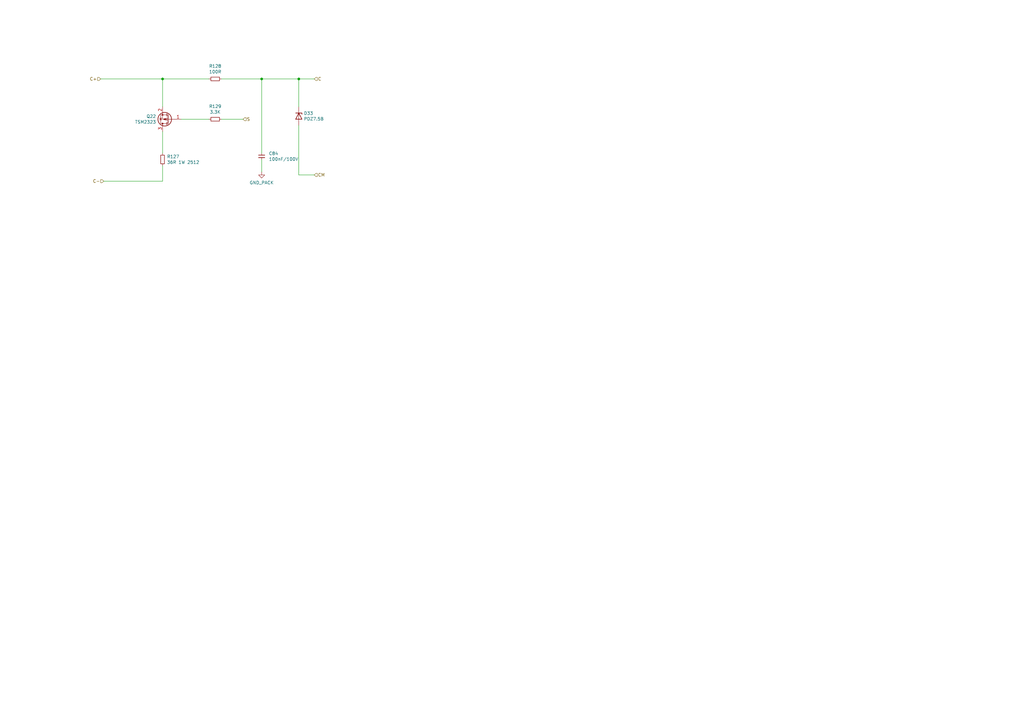
<source format=kicad_sch>
(kicad_sch
	(version 20250114)
	(generator "eeschema")
	(generator_version "9.0")
	(uuid "b617f54a-d595-416e-a403-41f59b27f156")
	(paper "A3")
	(title_block
		(date "2023-10-19")
		(rev "V0.1")
		(company "teTra")
	)
	(lib_symbols
		(symbol "Library:C"
			(pin_numbers
				(hide yes)
			)
			(pin_names
				(offset 0.254)
			)
			(exclude_from_sim no)
			(in_bom yes)
			(on_board yes)
			(property "Reference" "C"
				(at 0.635 2.54 0)
				(effects
					(font
						(size 1.27 1.27)
					)
					(justify left)
				)
			)
			(property "Value" "C"
				(at 0.635 -2.54 0)
				(effects
					(font
						(size 1.27 1.27)
					)
					(justify left)
				)
			)
			(property "Footprint" ""
				(at 0.9652 -3.81 0)
				(effects
					(font
						(size 1.27 1.27)
					)
					(hide yes)
				)
			)
			(property "Datasheet" "~"
				(at 0 0 0)
				(effects
					(font
						(size 1.27 1.27)
					)
					(hide yes)
				)
			)
			(property "Description" "Unpolarized capacitor"
				(at 0 0 0)
				(effects
					(font
						(size 1.27 1.27)
					)
					(hide yes)
				)
			)
			(property "ki_keywords" "cap capacitor"
				(at 0 0 0)
				(effects
					(font
						(size 1.27 1.27)
					)
					(hide yes)
				)
			)
			(property "ki_fp_filters" "C_*"
				(at 0 0 0)
				(effects
					(font
						(size 1.27 1.27)
					)
					(hide yes)
				)
			)
			(symbol "C_1_1"
				(polyline
					(pts
						(xy -1.27 0.508) (xy 1.27 0.508)
					)
					(stroke
						(width 0.254)
						(type default)
					)
					(fill
						(type none)
					)
				)
				(polyline
					(pts
						(xy -1.27 -0.508) (xy 1.27 -0.508)
					)
					(stroke
						(width 0.254)
						(type default)
					)
					(fill
						(type none)
					)
				)
				(pin passive line
					(at 0 1.27 270)
					(length 0.762)
					(name "~"
						(effects
							(font
								(size 1.27 1.27)
							)
						)
					)
					(number "1"
						(effects
							(font
								(size 1.27 1.27)
							)
						)
					)
				)
				(pin passive line
					(at 0 -1.27 90)
					(length 0.762)
					(name "~"
						(effects
							(font
								(size 1.27 1.27)
							)
						)
					)
					(number "2"
						(effects
							(font
								(size 1.27 1.27)
							)
						)
					)
				)
			)
			(embedded_fonts no)
		)
		(symbol "Library:D_Zener"
			(pin_numbers
				(hide yes)
			)
			(pin_names
				(offset 1.016)
				(hide yes)
			)
			(exclude_from_sim no)
			(in_bom yes)
			(on_board yes)
			(property "Reference" "D"
				(at 0 2.54 0)
				(effects
					(font
						(size 1.27 1.27)
					)
				)
			)
			(property "Value" "D_Zener"
				(at 0 -2.54 0)
				(effects
					(font
						(size 1.27 1.27)
					)
				)
			)
			(property "Footprint" ""
				(at 0 0 0)
				(effects
					(font
						(size 1.27 1.27)
					)
					(hide yes)
				)
			)
			(property "Datasheet" "~"
				(at 0 0 0)
				(effects
					(font
						(size 1.27 1.27)
					)
					(hide yes)
				)
			)
			(property "Description" "Zener diode"
				(at 0 0 0)
				(effects
					(font
						(size 1.27 1.27)
					)
					(hide yes)
				)
			)
			(property "ki_keywords" "diode"
				(at 0 0 0)
				(effects
					(font
						(size 1.27 1.27)
					)
					(hide yes)
				)
			)
			(property "ki_fp_filters" "TO-???* *_Diode_* *SingleDiode* D_*"
				(at 0 0 0)
				(effects
					(font
						(size 1.27 1.27)
					)
					(hide yes)
				)
			)
			(symbol "D_Zener_0_1"
				(polyline
					(pts
						(xy -1.27 -1.27) (xy -1.27 1.27) (xy -0.762 1.27)
					)
					(stroke
						(width 0.254)
						(type default)
					)
					(fill
						(type none)
					)
				)
				(polyline
					(pts
						(xy 1.27 0) (xy -1.27 0)
					)
					(stroke
						(width 0)
						(type default)
					)
					(fill
						(type none)
					)
				)
				(polyline
					(pts
						(xy 1.27 -1.27) (xy 1.27 1.27) (xy -1.27 0) (xy 1.27 -1.27)
					)
					(stroke
						(width 0.254)
						(type default)
					)
					(fill
						(type none)
					)
				)
			)
			(symbol "D_Zener_1_1"
				(pin passive line
					(at -3.81 0 0)
					(length 2.54)
					(name "K"
						(effects
							(font
								(size 1.27 1.27)
							)
						)
					)
					(number "1"
						(effects
							(font
								(size 1.27 1.27)
							)
						)
					)
				)
				(pin passive line
					(at 3.81 0 180)
					(length 2.54)
					(name "A"
						(effects
							(font
								(size 1.27 1.27)
							)
						)
					)
					(number "2"
						(effects
							(font
								(size 1.27 1.27)
							)
						)
					)
				)
			)
			(embedded_fonts no)
		)
		(symbol "Library:GND_PACK"
			(power)
			(pin_names
				(offset 0)
			)
			(exclude_from_sim no)
			(in_bom yes)
			(on_board yes)
			(property "Reference" "#PWR"
				(at 0 -6.35 0)
				(effects
					(font
						(size 1.27 1.27)
					)
					(hide yes)
				)
			)
			(property "Value" "GND_PACK"
				(at 0 -3.81 0)
				(effects
					(font
						(size 1.27 1.27)
					)
				)
			)
			(property "Footprint" ""
				(at 0 0 0)
				(effects
					(font
						(size 1.27 1.27)
					)
					(hide yes)
				)
			)
			(property "Datasheet" ""
				(at 0 0 0)
				(effects
					(font
						(size 1.27 1.27)
					)
					(hide yes)
				)
			)
			(property "Description" "Power symbol creates a global label with name \"GND_PACK\" , ground"
				(at 0 0 0)
				(effects
					(font
						(size 1.27 1.27)
					)
					(hide yes)
				)
			)
			(property "ki_keywords" "global power"
				(at 0 0 0)
				(effects
					(font
						(size 1.27 1.27)
					)
					(hide yes)
				)
			)
			(symbol "GND_PACK_0_1"
				(polyline
					(pts
						(xy 0 0) (xy 0 -1.27) (xy 1.27 -1.27) (xy 0 -2.54) (xy -1.27 -1.27) (xy 0 -1.27)
					)
					(stroke
						(width 0)
						(type default)
					)
					(fill
						(type none)
					)
				)
			)
			(symbol "GND_PACK_1_1"
				(pin power_in line
					(at 0 0 270)
					(length 0)
					(hide yes)
					(name "GND_PACK"
						(effects
							(font
								(size 1.27 1.27)
							)
						)
					)
					(number "1"
						(effects
							(font
								(size 1.27 1.27)
							)
						)
					)
				)
			)
			(embedded_fonts no)
		)
		(symbol "Library:Q_PMOS_GSD"
			(pin_names
				(offset 0)
				(hide yes)
			)
			(exclude_from_sim no)
			(in_bom yes)
			(on_board yes)
			(property "Reference" "Q"
				(at 5.08 1.27 0)
				(effects
					(font
						(size 1.27 1.27)
					)
					(justify left)
				)
			)
			(property "Value" "Q_PMOS_GSD"
				(at 5.08 -1.27 0)
				(effects
					(font
						(size 1.27 1.27)
					)
					(justify left)
				)
			)
			(property "Footprint" ""
				(at 5.08 2.54 0)
				(effects
					(font
						(size 1.27 1.27)
					)
					(hide yes)
				)
			)
			(property "Datasheet" "~"
				(at 0 0 0)
				(effects
					(font
						(size 1.27 1.27)
					)
					(hide yes)
				)
			)
			(property "Description" "P-MOSFET transistor, gate/source/drain"
				(at 0 0 0)
				(effects
					(font
						(size 1.27 1.27)
					)
					(hide yes)
				)
			)
			(property "ki_keywords" "transistor PMOS P-MOS P-MOSFET"
				(at 0 0 0)
				(effects
					(font
						(size 1.27 1.27)
					)
					(hide yes)
				)
			)
			(symbol "Q_PMOS_GSD_0_1"
				(polyline
					(pts
						(xy 0.254 1.905) (xy 0.254 -1.905)
					)
					(stroke
						(width 0.254)
						(type default)
					)
					(fill
						(type none)
					)
				)
				(polyline
					(pts
						(xy 0.254 0) (xy -2.54 0)
					)
					(stroke
						(width 0)
						(type default)
					)
					(fill
						(type none)
					)
				)
				(polyline
					(pts
						(xy 0.762 2.286) (xy 0.762 1.27)
					)
					(stroke
						(width 0.254)
						(type default)
					)
					(fill
						(type none)
					)
				)
				(polyline
					(pts
						(xy 0.762 1.778) (xy 3.302 1.778) (xy 3.302 -1.778) (xy 0.762 -1.778)
					)
					(stroke
						(width 0)
						(type default)
					)
					(fill
						(type none)
					)
				)
				(polyline
					(pts
						(xy 0.762 0.508) (xy 0.762 -0.508)
					)
					(stroke
						(width 0.254)
						(type default)
					)
					(fill
						(type none)
					)
				)
				(polyline
					(pts
						(xy 0.762 -1.27) (xy 0.762 -2.286)
					)
					(stroke
						(width 0.254)
						(type default)
					)
					(fill
						(type none)
					)
				)
				(circle
					(center 1.651 0)
					(radius 2.794)
					(stroke
						(width 0.254)
						(type default)
					)
					(fill
						(type none)
					)
				)
				(polyline
					(pts
						(xy 2.286 0) (xy 1.27 0.381) (xy 1.27 -0.381) (xy 2.286 0)
					)
					(stroke
						(width 0)
						(type default)
					)
					(fill
						(type outline)
					)
				)
				(polyline
					(pts
						(xy 2.54 2.54) (xy 2.54 1.778)
					)
					(stroke
						(width 0)
						(type default)
					)
					(fill
						(type none)
					)
				)
				(circle
					(center 2.54 1.778)
					(radius 0.254)
					(stroke
						(width 0)
						(type default)
					)
					(fill
						(type outline)
					)
				)
				(circle
					(center 2.54 -1.778)
					(radius 0.254)
					(stroke
						(width 0)
						(type default)
					)
					(fill
						(type outline)
					)
				)
				(polyline
					(pts
						(xy 2.54 -2.54) (xy 2.54 0) (xy 0.762 0)
					)
					(stroke
						(width 0)
						(type default)
					)
					(fill
						(type none)
					)
				)
				(polyline
					(pts
						(xy 2.794 -0.508) (xy 2.921 -0.381) (xy 3.683 -0.381) (xy 3.81 -0.254)
					)
					(stroke
						(width 0)
						(type default)
					)
					(fill
						(type none)
					)
				)
				(polyline
					(pts
						(xy 3.302 -0.381) (xy 2.921 0.254) (xy 3.683 0.254) (xy 3.302 -0.381)
					)
					(stroke
						(width 0)
						(type default)
					)
					(fill
						(type none)
					)
				)
			)
			(symbol "Q_PMOS_GSD_1_1"
				(pin input line
					(at -5.08 0 0)
					(length 2.54)
					(name "G"
						(effects
							(font
								(size 1.27 1.27)
							)
						)
					)
					(number "1"
						(effects
							(font
								(size 1.27 1.27)
							)
						)
					)
				)
				(pin passive line
					(at 2.54 5.08 270)
					(length 2.54)
					(name "D"
						(effects
							(font
								(size 1.27 1.27)
							)
						)
					)
					(number "3"
						(effects
							(font
								(size 1.27 1.27)
							)
						)
					)
				)
				(pin passive line
					(at 2.54 -5.08 90)
					(length 2.54)
					(name "S"
						(effects
							(font
								(size 1.27 1.27)
							)
						)
					)
					(number "2"
						(effects
							(font
								(size 1.27 1.27)
							)
						)
					)
				)
			)
			(embedded_fonts no)
		)
		(symbol "Library:R_Small"
			(pin_numbers
				(hide yes)
			)
			(pin_names
				(offset 0.254)
				(hide yes)
			)
			(exclude_from_sim no)
			(in_bom yes)
			(on_board yes)
			(property "Reference" "R"
				(at 0.762 0.508 0)
				(effects
					(font
						(size 1.27 1.27)
					)
					(justify left)
				)
			)
			(property "Value" "R_Small"
				(at 0.762 -1.016 0)
				(effects
					(font
						(size 1.27 1.27)
					)
					(justify left)
				)
			)
			(property "Footprint" ""
				(at 0 0 0)
				(effects
					(font
						(size 1.27 1.27)
					)
					(hide yes)
				)
			)
			(property "Datasheet" "~"
				(at 0 0 0)
				(effects
					(font
						(size 1.27 1.27)
					)
					(hide yes)
				)
			)
			(property "Description" "Resistor, small symbol"
				(at 0 0 0)
				(effects
					(font
						(size 1.27 1.27)
					)
					(hide yes)
				)
			)
			(property "ki_keywords" "R resistor"
				(at 0 0 0)
				(effects
					(font
						(size 1.27 1.27)
					)
					(hide yes)
				)
			)
			(property "ki_fp_filters" "R_*"
				(at 0 0 0)
				(effects
					(font
						(size 1.27 1.27)
					)
					(hide yes)
				)
			)
			(symbol "R_Small_0_1"
				(rectangle
					(start -0.762 1.778)
					(end 0.762 -1.778)
					(stroke
						(width 0.2032)
						(type default)
					)
					(fill
						(type none)
					)
				)
			)
			(symbol "R_Small_1_1"
				(pin passive line
					(at 0 2.54 270)
					(length 0.762)
					(name "~"
						(effects
							(font
								(size 1.27 1.27)
							)
						)
					)
					(number "1"
						(effects
							(font
								(size 1.27 1.27)
							)
						)
					)
				)
				(pin passive line
					(at 0 -2.54 90)
					(length 0.762)
					(name "~"
						(effects
							(font
								(size 1.27 1.27)
							)
						)
					)
					(number "2"
						(effects
							(font
								(size 1.27 1.27)
							)
						)
					)
				)
			)
			(embedded_fonts no)
		)
	)
	(junction
		(at 122.555 32.385)
		(diameter 0)
		(color 0 0 0 0)
		(uuid "5a41a0a9-4a65-4203-9379-8b75415dce6d")
	)
	(junction
		(at 107.315 32.385)
		(diameter 0)
		(color 0 0 0 0)
		(uuid "5f139e44-093e-43a7-a558-f20763f89a8f")
	)
	(junction
		(at 66.675 32.385)
		(diameter 0)
		(color 0 0 0 0)
		(uuid "b3215ab0-2cfc-4375-9f4b-50ddd3c00b07")
	)
	(wire
		(pts
			(xy 66.675 67.945) (xy 66.675 74.295)
		)
		(stroke
			(width 0)
			(type default)
		)
		(uuid "00449964-0469-4a40-8a7e-3261f8f4212d")
	)
	(wire
		(pts
			(xy 42.545 74.295) (xy 66.675 74.295)
		)
		(stroke
			(width 0)
			(type default)
		)
		(uuid "20aa87fc-cf9a-4f23-a711-cae9932a4116")
	)
	(wire
		(pts
			(xy 122.555 32.385) (xy 128.905 32.385)
		)
		(stroke
			(width 0)
			(type default)
		)
		(uuid "28efcf94-7f38-4e5a-9267-04afb8c9b61c")
	)
	(wire
		(pts
			(xy 107.315 32.385) (xy 107.315 62.865)
		)
		(stroke
			(width 0)
			(type default)
		)
		(uuid "3afca798-79e6-4583-9d91-d7af3342a090")
	)
	(wire
		(pts
			(xy 122.555 51.435) (xy 122.555 71.755)
		)
		(stroke
			(width 0)
			(type default)
		)
		(uuid "5d96c59a-744d-401f-b160-d49ad2c7fb37")
	)
	(wire
		(pts
			(xy 66.675 53.975) (xy 66.675 62.865)
		)
		(stroke
			(width 0)
			(type default)
		)
		(uuid "685fa693-2cd3-4577-ac16-caf4cb0af852")
	)
	(wire
		(pts
			(xy 90.805 48.895) (xy 99.695 48.895)
		)
		(stroke
			(width 0)
			(type default)
		)
		(uuid "980ada39-89b2-4e8d-ac5d-5e63b8225a22")
	)
	(wire
		(pts
			(xy 107.315 65.405) (xy 107.315 70.485)
		)
		(stroke
			(width 0)
			(type default)
		)
		(uuid "9e847583-a3ad-4aa2-b215-b0583e9cd0e7")
	)
	(wire
		(pts
			(xy 90.805 32.385) (xy 107.315 32.385)
		)
		(stroke
			(width 0)
			(type default)
		)
		(uuid "d50952f2-e7b8-4d22-94ed-f1fb55d03bc9")
	)
	(wire
		(pts
			(xy 122.555 71.755) (xy 128.905 71.755)
		)
		(stroke
			(width 0)
			(type default)
		)
		(uuid "e4f48ee0-1025-4c78-bcb3-94534fa4edbc")
	)
	(wire
		(pts
			(xy 107.315 32.385) (xy 122.555 32.385)
		)
		(stroke
			(width 0)
			(type default)
		)
		(uuid "e53e0e6b-cb7c-4c17-b15b-9cafe4dfdcbe")
	)
	(wire
		(pts
			(xy 66.675 32.385) (xy 66.675 43.815)
		)
		(stroke
			(width 0)
			(type default)
		)
		(uuid "e5b313e2-7811-4969-b2bd-2198c88a4048")
	)
	(wire
		(pts
			(xy 66.675 32.385) (xy 85.725 32.385)
		)
		(stroke
			(width 0)
			(type default)
		)
		(uuid "eb2cd8c9-4878-4dc2-a6ce-f0eb2d55dcc9")
	)
	(wire
		(pts
			(xy 41.275 32.385) (xy 66.675 32.385)
		)
		(stroke
			(width 0)
			(type default)
		)
		(uuid "f172ebd6-a074-4a52-9a82-d6e8207c0df7")
	)
	(wire
		(pts
			(xy 74.295 48.895) (xy 85.725 48.895)
		)
		(stroke
			(width 0)
			(type default)
		)
		(uuid "f6c39dd0-8257-4df2-8246-2b7c82daa4a9")
	)
	(wire
		(pts
			(xy 122.555 43.815) (xy 122.555 32.385)
		)
		(stroke
			(width 0)
			(type default)
		)
		(uuid "fdd47970-c072-4da4-8644-8bf011c6214b")
	)
	(hierarchical_label "S"
		(shape input)
		(at 99.695 48.895 0)
		(effects
			(font
				(size 1.27 1.27)
			)
			(justify left)
		)
		(uuid "4a6bbecf-03f6-4c06-bb2e-550e96c8bdbc")
	)
	(hierarchical_label "C"
		(shape input)
		(at 128.905 32.385 0)
		(effects
			(font
				(size 1.27 1.27)
			)
			(justify left)
		)
		(uuid "4d348356-9c8b-4d14-82b9-f6a543218144")
	)
	(hierarchical_label "C+"
		(shape input)
		(at 41.275 32.385 180)
		(effects
			(font
				(size 1.27 1.27)
			)
			(justify right)
		)
		(uuid "4dda22f8-6091-4ff5-af73-cb7c121ff4d7")
	)
	(hierarchical_label "C-"
		(shape input)
		(at 42.545 74.295 180)
		(effects
			(font
				(size 1.27 1.27)
			)
			(justify right)
		)
		(uuid "7558b255-b61b-4ec0-9d0f-5f1770b52780")
	)
	(hierarchical_label "CM"
		(shape input)
		(at 128.905 71.755 0)
		(effects
			(font
				(size 1.27 1.27)
			)
			(justify left)
		)
		(uuid "9cc79c65-54f9-43ba-9363-91facd3e8160")
	)
	(symbol
		(lib_id "Library:Q_PMOS_GSD")
		(at 69.215 48.895 180)
		(unit 1)
		(exclude_from_sim no)
		(in_bom yes)
		(on_board yes)
		(dnp no)
		(uuid "0521340c-6875-40b5-8f4e-658aa854575c")
		(property "Reference" "Q2"
			(at 64.008 47.7266 0)
			(effects
				(font
					(size 1.27 1.27)
				)
				(justify left)
			)
		)
		(property "Value" "TSM2323"
			(at 64.008 50.038 0)
			(effects
				(font
					(size 1.27 1.27)
				)
				(justify left)
			)
		)
		(property "Footprint" "Package_TO_SOT_SMD:SOT-23"
			(at 64.135 51.435 0)
			(effects
				(font
					(size 1.27 1.27)
				)
				(hide yes)
			)
		)
		(property "Datasheet" "https://www.taiwansemi.com/assets/uploads/datasheet/TSM2323_F15.pdf"
			(at 69.215 48.895 0)
			(effects
				(font
					(size 1.27 1.27)
				)
				(hide yes)
			)
		)
		(property "Description" "P-Channel 20 V 4.7A (Ta) 1.25W (Ta) Surface Mount SOT-23"
			(at 69.215 48.895 0)
			(effects
				(font
					(size 1.27 1.27)
				)
				(hide yes)
			)
		)
		(property "MPN" "TSM2323CX RFG "
			(at 69.215 48.895 0)
			(effects
				(font
					(size 1.27 1.27)
				)
				(hide yes)
			)
		)
		(property "Link" "https://www.digikey.jp/en/products/detail/taiwan-semiconductor-corporation/TSM2323CX-RFG/7360264?s=N4IgTCBcDaICoGUCyYDMaDCANABAJQDEBxHEAXQF8g"
			(at 69.215 48.895 0)
			(effects
				(font
					(size 1.27 1.27)
				)
				(hide yes)
			)
		)
		(pin "1"
			(uuid "8bec25ac-2509-478f-ae13-aa05618c46fc")
		)
		(pin "2"
			(uuid "8d9aa0be-02e7-4d5b-8d11-c8a54dc2bfd3")
		)
		(pin "3"
			(uuid "9653846f-b41d-49bb-8225-2dc9546cbb82")
		)
		(instances
			(project ""
				(path "/6a86ff6f-b159-4c4c-8a40-e732cc82e010/6b51f869-3fd5-42f9-b3ca-66a1d105433e/4e3577f7-fcc6-43dd-b7cf-8d175ec4d9f0/1dd4e547-fc35-4955-ac47-4747a0fc9442"
					(reference "Q22")
					(unit 1)
				)
				(path "/6a86ff6f-b159-4c4c-8a40-e732cc82e010/6b51f869-3fd5-42f9-b3ca-66a1d105433e/4e3577f7-fcc6-43dd-b7cf-8d175ec4d9f0/86f6d45a-5e24-49ba-a828-e7e0c9ed1174"
					(reference "Q26")
					(unit 1)
				)
				(path "/6a86ff6f-b159-4c4c-8a40-e732cc82e010/6b51f869-3fd5-42f9-b3ca-66a1d105433e/4e3577f7-fcc6-43dd-b7cf-8d175ec4d9f0/88fe1454-dda3-4245-bb35-f0cc9781ecd5"
					(reference "Q20")
					(unit 1)
				)
				(path "/6a86ff6f-b159-4c4c-8a40-e732cc82e010/6b51f869-3fd5-42f9-b3ca-66a1d105433e/4e3577f7-fcc6-43dd-b7cf-8d175ec4d9f0/9569fabc-8bc8-4778-93ad-569b511a6268"
					(reference "Q24")
					(unit 1)
				)
				(path "/6a86ff6f-b159-4c4c-8a40-e732cc82e010/6b51f869-3fd5-42f9-b3ca-66a1d105433e/4e3577f7-fcc6-43dd-b7cf-8d175ec4d9f0/960b0768-f2d3-43cf-bbbe-fa05cb3ec170"
					(reference "Q18")
					(unit 1)
				)
				(path "/6a86ff6f-b159-4c4c-8a40-e732cc82e010/6b51f869-3fd5-42f9-b3ca-66a1d105433e/4e3577f7-fcc6-43dd-b7cf-8d175ec4d9f0/ad53f63e-2814-4d4d-8759-4dd124725a25"
					(reference "Q23")
					(unit 1)
				)
				(path "/6a86ff6f-b159-4c4c-8a40-e732cc82e010/6b51f869-3fd5-42f9-b3ca-66a1d105433e/4e3577f7-fcc6-43dd-b7cf-8d175ec4d9f0/bf541923-54df-4690-b604-2afa5c7277ba"
					(reference "Q15")
					(unit 1)
				)
				(path "/6a86ff6f-b159-4c4c-8a40-e732cc82e010/6b51f869-3fd5-42f9-b3ca-66a1d105433e/4e3577f7-fcc6-43dd-b7cf-8d175ec4d9f0/cbb58d65-e757-4e3a-8f91-5c063223aea8"
					(reference "Q17")
					(unit 1)
				)
				(path "/6a86ff6f-b159-4c4c-8a40-e732cc82e010/6b51f869-3fd5-42f9-b3ca-66a1d105433e/4e3577f7-fcc6-43dd-b7cf-8d175ec4d9f0/cc04779a-ba7a-46c7-bef8-d77cc5c64922"
					(reference "Q25")
					(unit 1)
				)
				(path "/6a86ff6f-b159-4c4c-8a40-e732cc82e010/6b51f869-3fd5-42f9-b3ca-66a1d105433e/4e3577f7-fcc6-43dd-b7cf-8d175ec4d9f0/d4694858-a796-41db-832b-1867e540b3b3"
					(reference "Q19")
					(unit 1)
				)
				(path "/6a86ff6f-b159-4c4c-8a40-e732cc82e010/6b51f869-3fd5-42f9-b3ca-66a1d105433e/4e3577f7-fcc6-43dd-b7cf-8d175ec4d9f0/d9762028-d94c-4ba7-b7fe-bc0d1c4ef345"
					(reference "Q16")
					(unit 1)
				)
				(path "/6a86ff6f-b159-4c4c-8a40-e732cc82e010/6b51f869-3fd5-42f9-b3ca-66a1d105433e/4e3577f7-fcc6-43dd-b7cf-8d175ec4d9f0/e55a3fb5-5fd6-4081-9e8a-2425e26461bb"
					(reference "Q21")
					(unit 1)
				)
				(path "/6a86ff6f-b159-4c4c-8a40-e732cc82e010/6b51f869-3fd5-42f9-b3ca-66a1d105433e/fc3c799d-b983-4472-9d9d-934d3bacd380/1dd4e547-fc35-4955-ac47-4747a0fc9442"
					(reference "Q9")
					(unit 1)
				)
				(path "/6a86ff6f-b159-4c4c-8a40-e732cc82e010/6b51f869-3fd5-42f9-b3ca-66a1d105433e/fc3c799d-b983-4472-9d9d-934d3bacd380/86f6d45a-5e24-49ba-a828-e7e0c9ed1174"
					(reference "Q13")
					(unit 1)
				)
				(path "/6a86ff6f-b159-4c4c-8a40-e732cc82e010/6b51f869-3fd5-42f9-b3ca-66a1d105433e/fc3c799d-b983-4472-9d9d-934d3bacd380/88fe1454-dda3-4245-bb35-f0cc9781ecd5"
					(reference "Q7")
					(unit 1)
				)
				(path "/6a86ff6f-b159-4c4c-8a40-e732cc82e010/6b51f869-3fd5-42f9-b3ca-66a1d105433e/fc3c799d-b983-4472-9d9d-934d3bacd380/9569fabc-8bc8-4778-93ad-569b511a6268"
					(reference "Q11")
					(unit 1)
				)
				(path "/6a86ff6f-b159-4c4c-8a40-e732cc82e010/6b51f869-3fd5-42f9-b3ca-66a1d105433e/fc3c799d-b983-4472-9d9d-934d3bacd380/960b0768-f2d3-43cf-bbbe-fa05cb3ec170"
					(reference "Q5")
					(unit 1)
				)
				(path "/6a86ff6f-b159-4c4c-8a40-e732cc82e010/6b51f869-3fd5-42f9-b3ca-66a1d105433e/fc3c799d-b983-4472-9d9d-934d3bacd380/ad53f63e-2814-4d4d-8759-4dd124725a25"
					(reference "Q10")
					(unit 1)
				)
				(path "/6a86ff6f-b159-4c4c-8a40-e732cc82e010/6b51f869-3fd5-42f9-b3ca-66a1d105433e/fc3c799d-b983-4472-9d9d-934d3bacd380/bf541923-54df-4690-b604-2afa5c7277ba"
					(reference "Q2")
					(unit 1)
				)
				(path "/6a86ff6f-b159-4c4c-8a40-e732cc82e010/6b51f869-3fd5-42f9-b3ca-66a1d105433e/fc3c799d-b983-4472-9d9d-934d3bacd380/cbb58d65-e757-4e3a-8f91-5c063223aea8"
					(reference "Q4")
					(unit 1)
				)
				(path "/6a86ff6f-b159-4c4c-8a40-e732cc82e010/6b51f869-3fd5-42f9-b3ca-66a1d105433e/fc3c799d-b983-4472-9d9d-934d3bacd380/cc04779a-ba7a-46c7-bef8-d77cc5c64922"
					(reference "Q12")
					(unit 1)
				)
				(path "/6a86ff6f-b159-4c4c-8a40-e732cc82e010/6b51f869-3fd5-42f9-b3ca-66a1d105433e/fc3c799d-b983-4472-9d9d-934d3bacd380/d4694858-a796-41db-832b-1867e540b3b3"
					(reference "Q6")
					(unit 1)
				)
				(path "/6a86ff6f-b159-4c4c-8a40-e732cc82e010/6b51f869-3fd5-42f9-b3ca-66a1d105433e/fc3c799d-b983-4472-9d9d-934d3bacd380/d9762028-d94c-4ba7-b7fe-bc0d1c4ef345"
					(reference "Q3")
					(unit 1)
				)
				(path "/6a86ff6f-b159-4c4c-8a40-e732cc82e010/6b51f869-3fd5-42f9-b3ca-66a1d105433e/fc3c799d-b983-4472-9d9d-934d3bacd380/e55a3fb5-5fd6-4081-9e8a-2425e26461bb"
					(reference "Q8")
					(unit 1)
				)
			)
		)
	)
	(symbol
		(lib_id "Library:GND_PACK")
		(at 107.315 70.485 0)
		(unit 1)
		(exclude_from_sim no)
		(in_bom yes)
		(on_board yes)
		(dnp no)
		(fields_autoplaced yes)
		(uuid "5d892bb2-6629-460c-a20d-058cbe4979bb")
		(property "Reference" "#PWR065"
			(at 107.315 76.835 0)
			(effects
				(font
					(size 1.27 1.27)
				)
				(hide yes)
			)
		)
		(property "Value" "GND_PACK"
			(at 107.315 74.93 0)
			(effects
				(font
					(size 1.27 1.27)
				)
			)
		)
		(property "Footprint" ""
			(at 107.315 70.485 0)
			(effects
				(font
					(size 1.27 1.27)
				)
				(hide yes)
			)
		)
		(property "Datasheet" ""
			(at 107.315 70.485 0)
			(effects
				(font
					(size 1.27 1.27)
				)
				(hide yes)
			)
		)
		(property "Description" ""
			(at 107.315 70.485 0)
			(effects
				(font
					(size 1.27 1.27)
				)
				(hide yes)
			)
		)
		(pin "1"
			(uuid "1ffd8ff9-b1ab-4d58-8c88-82975be83e81")
		)
		(instances
			(project ""
				(path "/6a86ff6f-b159-4c4c-8a40-e732cc82e010/6b51f869-3fd5-42f9-b3ca-66a1d105433e/4e3577f7-fcc6-43dd-b7cf-8d175ec4d9f0/1dd4e547-fc35-4955-ac47-4747a0fc9442"
					(reference "#PWR099")
					(unit 1)
				)
				(path "/6a86ff6f-b159-4c4c-8a40-e732cc82e010/6b51f869-3fd5-42f9-b3ca-66a1d105433e/4e3577f7-fcc6-43dd-b7cf-8d175ec4d9f0/86f6d45a-5e24-49ba-a828-e7e0c9ed1174"
					(reference "#PWR0103")
					(unit 1)
				)
				(path "/6a86ff6f-b159-4c4c-8a40-e732cc82e010/6b51f869-3fd5-42f9-b3ca-66a1d105433e/4e3577f7-fcc6-43dd-b7cf-8d175ec4d9f0/88fe1454-dda3-4245-bb35-f0cc9781ecd5"
					(reference "#PWR097")
					(unit 1)
				)
				(path "/6a86ff6f-b159-4c4c-8a40-e732cc82e010/6b51f869-3fd5-42f9-b3ca-66a1d105433e/4e3577f7-fcc6-43dd-b7cf-8d175ec4d9f0/9569fabc-8bc8-4778-93ad-569b511a6268"
					(reference "#PWR0101")
					(unit 1)
				)
				(path "/6a86ff6f-b159-4c4c-8a40-e732cc82e010/6b51f869-3fd5-42f9-b3ca-66a1d105433e/4e3577f7-fcc6-43dd-b7cf-8d175ec4d9f0/960b0768-f2d3-43cf-bbbe-fa05cb3ec170"
					(reference "#PWR095")
					(unit 1)
				)
				(path "/6a86ff6f-b159-4c4c-8a40-e732cc82e010/6b51f869-3fd5-42f9-b3ca-66a1d105433e/4e3577f7-fcc6-43dd-b7cf-8d175ec4d9f0/ad53f63e-2814-4d4d-8759-4dd124725a25"
					(reference "#PWR0100")
					(unit 1)
				)
				(path "/6a86ff6f-b159-4c4c-8a40-e732cc82e010/6b51f869-3fd5-42f9-b3ca-66a1d105433e/4e3577f7-fcc6-43dd-b7cf-8d175ec4d9f0/bf541923-54df-4690-b604-2afa5c7277ba"
					(reference "#PWR092")
					(unit 1)
				)
				(path "/6a86ff6f-b159-4c4c-8a40-e732cc82e010/6b51f869-3fd5-42f9-b3ca-66a1d105433e/4e3577f7-fcc6-43dd-b7cf-8d175ec4d9f0/cbb58d65-e757-4e3a-8f91-5c063223aea8"
					(reference "#PWR094")
					(unit 1)
				)
				(path "/6a86ff6f-b159-4c4c-8a40-e732cc82e010/6b51f869-3fd5-42f9-b3ca-66a1d105433e/4e3577f7-fcc6-43dd-b7cf-8d175ec4d9f0/cc04779a-ba7a-46c7-bef8-d77cc5c64922"
					(reference "#PWR0102")
					(unit 1)
				)
				(path "/6a86ff6f-b159-4c4c-8a40-e732cc82e010/6b51f869-3fd5-42f9-b3ca-66a1d105433e/4e3577f7-fcc6-43dd-b7cf-8d175ec4d9f0/d4694858-a796-41db-832b-1867e540b3b3"
					(reference "#PWR096")
					(unit 1)
				)
				(path "/6a86ff6f-b159-4c4c-8a40-e732cc82e010/6b51f869-3fd5-42f9-b3ca-66a1d105433e/4e3577f7-fcc6-43dd-b7cf-8d175ec4d9f0/d9762028-d94c-4ba7-b7fe-bc0d1c4ef345"
					(reference "#PWR093")
					(unit 1)
				)
				(path "/6a86ff6f-b159-4c4c-8a40-e732cc82e010/6b51f869-3fd5-42f9-b3ca-66a1d105433e/4e3577f7-fcc6-43dd-b7cf-8d175ec4d9f0/e55a3fb5-5fd6-4081-9e8a-2425e26461bb"
					(reference "#PWR098")
					(unit 1)
				)
				(path "/6a86ff6f-b159-4c4c-8a40-e732cc82e010/6b51f869-3fd5-42f9-b3ca-66a1d105433e/fc3c799d-b983-4472-9d9d-934d3bacd380/1dd4e547-fc35-4955-ac47-4747a0fc9442"
					(reference "#PWR072")
					(unit 1)
				)
				(path "/6a86ff6f-b159-4c4c-8a40-e732cc82e010/6b51f869-3fd5-42f9-b3ca-66a1d105433e/fc3c799d-b983-4472-9d9d-934d3bacd380/86f6d45a-5e24-49ba-a828-e7e0c9ed1174"
					(reference "#PWR076")
					(unit 1)
				)
				(path "/6a86ff6f-b159-4c4c-8a40-e732cc82e010/6b51f869-3fd5-42f9-b3ca-66a1d105433e/fc3c799d-b983-4472-9d9d-934d3bacd380/88fe1454-dda3-4245-bb35-f0cc9781ecd5"
					(reference "#PWR070")
					(unit 1)
				)
				(path "/6a86ff6f-b159-4c4c-8a40-e732cc82e010/6b51f869-3fd5-42f9-b3ca-66a1d105433e/fc3c799d-b983-4472-9d9d-934d3bacd380/9569fabc-8bc8-4778-93ad-569b511a6268"
					(reference "#PWR074")
					(unit 1)
				)
				(path "/6a86ff6f-b159-4c4c-8a40-e732cc82e010/6b51f869-3fd5-42f9-b3ca-66a1d105433e/fc3c799d-b983-4472-9d9d-934d3bacd380/960b0768-f2d3-43cf-bbbe-fa05cb3ec170"
					(reference "#PWR068")
					(unit 1)
				)
				(path "/6a86ff6f-b159-4c4c-8a40-e732cc82e010/6b51f869-3fd5-42f9-b3ca-66a1d105433e/fc3c799d-b983-4472-9d9d-934d3bacd380/ad53f63e-2814-4d4d-8759-4dd124725a25"
					(reference "#PWR073")
					(unit 1)
				)
				(path "/6a86ff6f-b159-4c4c-8a40-e732cc82e010/6b51f869-3fd5-42f9-b3ca-66a1d105433e/fc3c799d-b983-4472-9d9d-934d3bacd380/bf541923-54df-4690-b604-2afa5c7277ba"
					(reference "#PWR065")
					(unit 1)
				)
				(path "/6a86ff6f-b159-4c4c-8a40-e732cc82e010/6b51f869-3fd5-42f9-b3ca-66a1d105433e/fc3c799d-b983-4472-9d9d-934d3bacd380/cbb58d65-e757-4e3a-8f91-5c063223aea8"
					(reference "#PWR067")
					(unit 1)
				)
				(path "/6a86ff6f-b159-4c4c-8a40-e732cc82e010/6b51f869-3fd5-42f9-b3ca-66a1d105433e/fc3c799d-b983-4472-9d9d-934d3bacd380/cc04779a-ba7a-46c7-bef8-d77cc5c64922"
					(reference "#PWR075")
					(unit 1)
				)
				(path "/6a86ff6f-b159-4c4c-8a40-e732cc82e010/6b51f869-3fd5-42f9-b3ca-66a1d105433e/fc3c799d-b983-4472-9d9d-934d3bacd380/d4694858-a796-41db-832b-1867e540b3b3"
					(reference "#PWR069")
					(unit 1)
				)
				(path "/6a86ff6f-b159-4c4c-8a40-e732cc82e010/6b51f869-3fd5-42f9-b3ca-66a1d105433e/fc3c799d-b983-4472-9d9d-934d3bacd380/d9762028-d94c-4ba7-b7fe-bc0d1c4ef345"
					(reference "#PWR066")
					(unit 1)
				)
				(path "/6a86ff6f-b159-4c4c-8a40-e732cc82e010/6b51f869-3fd5-42f9-b3ca-66a1d105433e/fc3c799d-b983-4472-9d9d-934d3bacd380/e55a3fb5-5fd6-4081-9e8a-2425e26461bb"
					(reference "#PWR071")
					(unit 1)
				)
			)
		)
	)
	(symbol
		(lib_id "Library:R_Small")
		(at 88.265 48.895 270)
		(unit 1)
		(exclude_from_sim no)
		(in_bom yes)
		(on_board yes)
		(dnp no)
		(uuid "5f2a1073-76ab-46f5-9581-e7e19e53c38d")
		(property "Reference" "R57"
			(at 88.265 43.6372 90)
			(effects
				(font
					(size 1.27 1.27)
				)
			)
		)
		(property "Value" "3.3K"
			(at 88.265 45.9486 90)
			(effects
				(font
					(size 1.27 1.27)
				)
			)
		)
		(property "Footprint" "Resistor_SMD:R_0603_1608Metric"
			(at 88.265 47.117 90)
			(effects
				(font
					(size 1.27 1.27)
				)
				(hide yes)
			)
		)
		(property "Datasheet" "https://www.yageo.com/upload/media/product/app/datasheet/rchip/pyu-rc_group_51_rohs_l.pdf"
			(at 88.265 48.895 0)
			(effects
				(font
					(size 1.27 1.27)
				)
				(hide yes)
			)
		)
		(property "Description" "3.3 kOhms ±1% 0.1W, 1/10W Chip Resistor 0603 (1608 Metric) Moisture Resistant Thick Film"
			(at 88.265 48.895 0)
			(effects
				(font
					(size 1.27 1.27)
				)
				(hide yes)
			)
		)
		(property "MPN" "RC0603FR-073K3L"
			(at 88.265 48.895 0)
			(effects
				(font
					(size 1.27 1.27)
				)
				(hide yes)
			)
		)
		(property "Link" "https://www.digikey.jp/en/products/detail/yageo/RC0603FR-073K3L/727126?s=N4IgTCBcDaIEoGEAMA2JBmAYnAtEg7OgNboAyIAugL5A"
			(at 88.265 48.895 0)
			(effects
				(font
					(size 1.27 1.27)
				)
				(hide yes)
			)
		)
		(pin "1"
			(uuid "db88feff-e668-4f99-aa4a-5457e1c5e73f")
		)
		(pin "2"
			(uuid "4961ec35-253d-4330-8a5f-41e5cf24fd30")
		)
		(instances
			(project ""
				(path "/6a86ff6f-b159-4c4c-8a40-e732cc82e010/6b51f869-3fd5-42f9-b3ca-66a1d105433e/4e3577f7-fcc6-43dd-b7cf-8d175ec4d9f0/1dd4e547-fc35-4955-ac47-4747a0fc9442"
					(reference "R129")
					(unit 1)
				)
				(path "/6a86ff6f-b159-4c4c-8a40-e732cc82e010/6b51f869-3fd5-42f9-b3ca-66a1d105433e/4e3577f7-fcc6-43dd-b7cf-8d175ec4d9f0/86f6d45a-5e24-49ba-a828-e7e0c9ed1174"
					(reference "R141")
					(unit 1)
				)
				(path "/6a86ff6f-b159-4c4c-8a40-e732cc82e010/6b51f869-3fd5-42f9-b3ca-66a1d105433e/4e3577f7-fcc6-43dd-b7cf-8d175ec4d9f0/88fe1454-dda3-4245-bb35-f0cc9781ecd5"
					(reference "R123")
					(unit 1)
				)
				(path "/6a86ff6f-b159-4c4c-8a40-e732cc82e010/6b51f869-3fd5-42f9-b3ca-66a1d105433e/4e3577f7-fcc6-43dd-b7cf-8d175ec4d9f0/9569fabc-8bc8-4778-93ad-569b511a6268"
					(reference "R135")
					(unit 1)
				)
				(path "/6a86ff6f-b159-4c4c-8a40-e732cc82e010/6b51f869-3fd5-42f9-b3ca-66a1d105433e/4e3577f7-fcc6-43dd-b7cf-8d175ec4d9f0/960b0768-f2d3-43cf-bbbe-fa05cb3ec170"
					(reference "R117")
					(unit 1)
				)
				(path "/6a86ff6f-b159-4c4c-8a40-e732cc82e010/6b51f869-3fd5-42f9-b3ca-66a1d105433e/4e3577f7-fcc6-43dd-b7cf-8d175ec4d9f0/ad53f63e-2814-4d4d-8759-4dd124725a25"
					(reference "R132")
					(unit 1)
				)
				(path "/6a86ff6f-b159-4c4c-8a40-e732cc82e010/6b51f869-3fd5-42f9-b3ca-66a1d105433e/4e3577f7-fcc6-43dd-b7cf-8d175ec4d9f0/bf541923-54df-4690-b604-2afa5c7277ba"
					(reference "R108")
					(unit 1)
				)
				(path "/6a86ff6f-b159-4c4c-8a40-e732cc82e010/6b51f869-3fd5-42f9-b3ca-66a1d105433e/4e3577f7-fcc6-43dd-b7cf-8d175ec4d9f0/cbb58d65-e757-4e3a-8f91-5c063223aea8"
					(reference "R114")
					(unit 1)
				)
				(path "/6a86ff6f-b159-4c4c-8a40-e732cc82e010/6b51f869-3fd5-42f9-b3ca-66a1d105433e/4e3577f7-fcc6-43dd-b7cf-8d175ec4d9f0/cc04779a-ba7a-46c7-bef8-d77cc5c64922"
					(reference "R138")
					(unit 1)
				)
				(path "/6a86ff6f-b159-4c4c-8a40-e732cc82e010/6b51f869-3fd5-42f9-b3ca-66a1d105433e/4e3577f7-fcc6-43dd-b7cf-8d175ec4d9f0/d4694858-a796-41db-832b-1867e540b3b3"
					(reference "R120")
					(unit 1)
				)
				(path "/6a86ff6f-b159-4c4c-8a40-e732cc82e010/6b51f869-3fd5-42f9-b3ca-66a1d105433e/4e3577f7-fcc6-43dd-b7cf-8d175ec4d9f0/d9762028-d94c-4ba7-b7fe-bc0d1c4ef345"
					(reference "R111")
					(unit 1)
				)
				(path "/6a86ff6f-b159-4c4c-8a40-e732cc82e010/6b51f869-3fd5-42f9-b3ca-66a1d105433e/4e3577f7-fcc6-43dd-b7cf-8d175ec4d9f0/e55a3fb5-5fd6-4081-9e8a-2425e26461bb"
					(reference "R126")
					(unit 1)
				)
				(path "/6a86ff6f-b159-4c4c-8a40-e732cc82e010/6b51f869-3fd5-42f9-b3ca-66a1d105433e/fc3c799d-b983-4472-9d9d-934d3bacd380/1dd4e547-fc35-4955-ac47-4747a0fc9442"
					(reference "R78")
					(unit 1)
				)
				(path "/6a86ff6f-b159-4c4c-8a40-e732cc82e010/6b51f869-3fd5-42f9-b3ca-66a1d105433e/fc3c799d-b983-4472-9d9d-934d3bacd380/86f6d45a-5e24-49ba-a828-e7e0c9ed1174"
					(reference "R90")
					(unit 1)
				)
				(path "/6a86ff6f-b159-4c4c-8a40-e732cc82e010/6b51f869-3fd5-42f9-b3ca-66a1d105433e/fc3c799d-b983-4472-9d9d-934d3bacd380/88fe1454-dda3-4245-bb35-f0cc9781ecd5"
					(reference "R72")
					(unit 1)
				)
				(path "/6a86ff6f-b159-4c4c-8a40-e732cc82e010/6b51f869-3fd5-42f9-b3ca-66a1d105433e/fc3c799d-b983-4472-9d9d-934d3bacd380/9569fabc-8bc8-4778-93ad-569b511a6268"
					(reference "R84")
					(unit 1)
				)
				(path "/6a86ff6f-b159-4c4c-8a40-e732cc82e010/6b51f869-3fd5-42f9-b3ca-66a1d105433e/fc3c799d-b983-4472-9d9d-934d3bacd380/960b0768-f2d3-43cf-bbbe-fa05cb3ec170"
					(reference "R66")
					(unit 1)
				)
				(path "/6a86ff6f-b159-4c4c-8a40-e732cc82e010/6b51f869-3fd5-42f9-b3ca-66a1d105433e/fc3c799d-b983-4472-9d9d-934d3bacd380/ad53f63e-2814-4d4d-8759-4dd124725a25"
					(reference "R81")
					(unit 1)
				)
				(path "/6a86ff6f-b159-4c4c-8a40-e732cc82e010/6b51f869-3fd5-42f9-b3ca-66a1d105433e/fc3c799d-b983-4472-9d9d-934d3bacd380/bf541923-54df-4690-b604-2afa5c7277ba"
					(reference "R57")
					(unit 1)
				)
				(path "/6a86ff6f-b159-4c4c-8a40-e732cc82e010/6b51f869-3fd5-42f9-b3ca-66a1d105433e/fc3c799d-b983-4472-9d9d-934d3bacd380/cbb58d65-e757-4e3a-8f91-5c063223aea8"
					(reference "R63")
					(unit 1)
				)
				(path "/6a86ff6f-b159-4c4c-8a40-e732cc82e010/6b51f869-3fd5-42f9-b3ca-66a1d105433e/fc3c799d-b983-4472-9d9d-934d3bacd380/cc04779a-ba7a-46c7-bef8-d77cc5c64922"
					(reference "R87")
					(unit 1)
				)
				(path "/6a86ff6f-b159-4c4c-8a40-e732cc82e010/6b51f869-3fd5-42f9-b3ca-66a1d105433e/fc3c799d-b983-4472-9d9d-934d3bacd380/d4694858-a796-41db-832b-1867e540b3b3"
					(reference "R69")
					(unit 1)
				)
				(path "/6a86ff6f-b159-4c4c-8a40-e732cc82e010/6b51f869-3fd5-42f9-b3ca-66a1d105433e/fc3c799d-b983-4472-9d9d-934d3bacd380/d9762028-d94c-4ba7-b7fe-bc0d1c4ef345"
					(reference "R60")
					(unit 1)
				)
				(path "/6a86ff6f-b159-4c4c-8a40-e732cc82e010/6b51f869-3fd5-42f9-b3ca-66a1d105433e/fc3c799d-b983-4472-9d9d-934d3bacd380/e55a3fb5-5fd6-4081-9e8a-2425e26461bb"
					(reference "R75")
					(unit 1)
				)
			)
		)
	)
	(symbol
		(lib_id "Library:C")
		(at 107.315 64.135 0)
		(unit 1)
		(exclude_from_sim no)
		(in_bom yes)
		(on_board yes)
		(dnp no)
		(uuid "b6a6273f-7685-4248-b1db-9f35a32326fb")
		(property "Reference" "C51"
			(at 110.236 62.9666 0)
			(effects
				(font
					(size 1.27 1.27)
				)
				(justify left)
			)
		)
		(property "Value" "100nF/100V"
			(at 110.236 65.278 0)
			(effects
				(font
					(size 1.27 1.27)
				)
				(justify left)
			)
		)
		(property "Footprint" "Capacitor_SMD:C_0603_1608Metric"
			(at 108.2802 67.945 0)
			(effects
				(font
					(size 1.27 1.27)
				)
				(hide yes)
			)
		)
		(property "Datasheet" "https://www.digikey.jp/en/products/detail/samsung-electro-mechanics/CL10B104KC8NNNC/5961291?s=N4IgTCBcDaIMIBkCMAGAQqgLAaTgDgDki4AdEkAXQF8g"
			(at 107.315 64.135 0)
			(effects
				(font
					(size 1.27 1.27)
				)
				(hide yes)
			)
		)
		(property "Description" "0.1 µF ±10% 100V Ceramic Capacitor X7R 0603 (1608 Metric)"
			(at 107.315 64.135 0)
			(effects
				(font
					(size 1.27 1.27)
				)
				(hide yes)
			)
		)
		(property "MPN" "CL10B104KC8NNNC"
			(at 107.315 64.135 0)
			(effects
				(font
					(size 1.27 1.27)
				)
				(hide yes)
			)
		)
		(property "Link" "https://www.digikey.jp/en/products/detail/samsung-electro-mechanics/CL10B104KC8NNNC/5961291?s=N4IgTCBcDaIMIBkCMAGAQqgLAaTgDgDki4QBdAXyA"
			(at 107.315 64.135 0)
			(effects
				(font
					(size 1.27 1.27)
				)
				(hide yes)
			)
		)
		(pin "1"
			(uuid "88b787ac-635f-463d-a881-fd92139dffd1")
		)
		(pin "2"
			(uuid "2c650fef-5d4a-4670-9a4b-ed838808d244")
		)
		(instances
			(project ""
				(path "/6a86ff6f-b159-4c4c-8a40-e732cc82e010/6b51f869-3fd5-42f9-b3ca-66a1d105433e/4e3577f7-fcc6-43dd-b7cf-8d175ec4d9f0/1dd4e547-fc35-4955-ac47-4747a0fc9442"
					(reference "C84")
					(unit 1)
				)
				(path "/6a86ff6f-b159-4c4c-8a40-e732cc82e010/6b51f869-3fd5-42f9-b3ca-66a1d105433e/4e3577f7-fcc6-43dd-b7cf-8d175ec4d9f0/86f6d45a-5e24-49ba-a828-e7e0c9ed1174"
					(reference "C88")
					(unit 1)
				)
				(path "/6a86ff6f-b159-4c4c-8a40-e732cc82e010/6b51f869-3fd5-42f9-b3ca-66a1d105433e/4e3577f7-fcc6-43dd-b7cf-8d175ec4d9f0/88fe1454-dda3-4245-bb35-f0cc9781ecd5"
					(reference "C82")
					(unit 1)
				)
				(path "/6a86ff6f-b159-4c4c-8a40-e732cc82e010/6b51f869-3fd5-42f9-b3ca-66a1d105433e/4e3577f7-fcc6-43dd-b7cf-8d175ec4d9f0/9569fabc-8bc8-4778-93ad-569b511a6268"
					(reference "C86")
					(unit 1)
				)
				(path "/6a86ff6f-b159-4c4c-8a40-e732cc82e010/6b51f869-3fd5-42f9-b3ca-66a1d105433e/4e3577f7-fcc6-43dd-b7cf-8d175ec4d9f0/960b0768-f2d3-43cf-bbbe-fa05cb3ec170"
					(reference "C80")
					(unit 1)
				)
				(path "/6a86ff6f-b159-4c4c-8a40-e732cc82e010/6b51f869-3fd5-42f9-b3ca-66a1d105433e/4e3577f7-fcc6-43dd-b7cf-8d175ec4d9f0/ad53f63e-2814-4d4d-8759-4dd124725a25"
					(reference "C85")
					(unit 1)
				)
				(path "/6a86ff6f-b159-4c4c-8a40-e732cc82e010/6b51f869-3fd5-42f9-b3ca-66a1d105433e/4e3577f7-fcc6-43dd-b7cf-8d175ec4d9f0/bf541923-54df-4690-b604-2afa5c7277ba"
					(reference "C77")
					(unit 1)
				)
				(path "/6a86ff6f-b159-4c4c-8a40-e732cc82e010/6b51f869-3fd5-42f9-b3ca-66a1d105433e/4e3577f7-fcc6-43dd-b7cf-8d175ec4d9f0/cbb58d65-e757-4e3a-8f91-5c063223aea8"
					(reference "C79")
					(unit 1)
				)
				(path "/6a86ff6f-b159-4c4c-8a40-e732cc82e010/6b51f869-3fd5-42f9-b3ca-66a1d105433e/4e3577f7-fcc6-43dd-b7cf-8d175ec4d9f0/cc04779a-ba7a-46c7-bef8-d77cc5c64922"
					(reference "C87")
					(unit 1)
				)
				(path "/6a86ff6f-b159-4c4c-8a40-e732cc82e010/6b51f869-3fd5-42f9-b3ca-66a1d105433e/4e3577f7-fcc6-43dd-b7cf-8d175ec4d9f0/d4694858-a796-41db-832b-1867e540b3b3"
					(reference "C81")
					(unit 1)
				)
				(path "/6a86ff6f-b159-4c4c-8a40-e732cc82e010/6b51f869-3fd5-42f9-b3ca-66a1d105433e/4e3577f7-fcc6-43dd-b7cf-8d175ec4d9f0/d9762028-d94c-4ba7-b7fe-bc0d1c4ef345"
					(reference "C78")
					(unit 1)
				)
				(path "/6a86ff6f-b159-4c4c-8a40-e732cc82e010/6b51f869-3fd5-42f9-b3ca-66a1d105433e/4e3577f7-fcc6-43dd-b7cf-8d175ec4d9f0/e55a3fb5-5fd6-4081-9e8a-2425e26461bb"
					(reference "C83")
					(unit 1)
				)
				(path "/6a86ff6f-b159-4c4c-8a40-e732cc82e010/6b51f869-3fd5-42f9-b3ca-66a1d105433e/fc3c799d-b983-4472-9d9d-934d3bacd380/1dd4e547-fc35-4955-ac47-4747a0fc9442"
					(reference "C58")
					(unit 1)
				)
				(path "/6a86ff6f-b159-4c4c-8a40-e732cc82e010/6b51f869-3fd5-42f9-b3ca-66a1d105433e/fc3c799d-b983-4472-9d9d-934d3bacd380/86f6d45a-5e24-49ba-a828-e7e0c9ed1174"
					(reference "C62")
					(unit 1)
				)
				(path "/6a86ff6f-b159-4c4c-8a40-e732cc82e010/6b51f869-3fd5-42f9-b3ca-66a1d105433e/fc3c799d-b983-4472-9d9d-934d3bacd380/88fe1454-dda3-4245-bb35-f0cc9781ecd5"
					(reference "C56")
					(unit 1)
				)
				(path "/6a86ff6f-b159-4c4c-8a40-e732cc82e010/6b51f869-3fd5-42f9-b3ca-66a1d105433e/fc3c799d-b983-4472-9d9d-934d3bacd380/9569fabc-8bc8-4778-93ad-569b511a6268"
					(reference "C60")
					(unit 1)
				)
				(path "/6a86ff6f-b159-4c4c-8a40-e732cc82e010/6b51f869-3fd5-42f9-b3ca-66a1d105433e/fc3c799d-b983-4472-9d9d-934d3bacd380/960b0768-f2d3-43cf-bbbe-fa05cb3ec170"
					(reference "C54")
					(unit 1)
				)
				(path "/6a86ff6f-b159-4c4c-8a40-e732cc82e010/6b51f869-3fd5-42f9-b3ca-66a1d105433e/fc3c799d-b983-4472-9d9d-934d3bacd380/ad53f63e-2814-4d4d-8759-4dd124725a25"
					(reference "C59")
					(unit 1)
				)
				(path "/6a86ff6f-b159-4c4c-8a40-e732cc82e010/6b51f869-3fd5-42f9-b3ca-66a1d105433e/fc3c799d-b983-4472-9d9d-934d3bacd380/bf541923-54df-4690-b604-2afa5c7277ba"
					(reference "C51")
					(unit 1)
				)
				(path "/6a86ff6f-b159-4c4c-8a40-e732cc82e010/6b51f869-3fd5-42f9-b3ca-66a1d105433e/fc3c799d-b983-4472-9d9d-934d3bacd380/cbb58d65-e757-4e3a-8f91-5c063223aea8"
					(reference "C53")
					(unit 1)
				)
				(path "/6a86ff6f-b159-4c4c-8a40-e732cc82e010/6b51f869-3fd5-42f9-b3ca-66a1d105433e/fc3c799d-b983-4472-9d9d-934d3bacd380/cc04779a-ba7a-46c7-bef8-d77cc5c64922"
					(reference "C61")
					(unit 1)
				)
				(path "/6a86ff6f-b159-4c4c-8a40-e732cc82e010/6b51f869-3fd5-42f9-b3ca-66a1d105433e/fc3c799d-b983-4472-9d9d-934d3bacd380/d4694858-a796-41db-832b-1867e540b3b3"
					(reference "C55")
					(unit 1)
				)
				(path "/6a86ff6f-b159-4c4c-8a40-e732cc82e010/6b51f869-3fd5-42f9-b3ca-66a1d105433e/fc3c799d-b983-4472-9d9d-934d3bacd380/d9762028-d94c-4ba7-b7fe-bc0d1c4ef345"
					(reference "C52")
					(unit 1)
				)
				(path "/6a86ff6f-b159-4c4c-8a40-e732cc82e010/6b51f869-3fd5-42f9-b3ca-66a1d105433e/fc3c799d-b983-4472-9d9d-934d3bacd380/e55a3fb5-5fd6-4081-9e8a-2425e26461bb"
					(reference "C57")
					(unit 1)
				)
			)
		)
	)
	(symbol
		(lib_id "Library:R_Small")
		(at 66.675 65.405 180)
		(unit 1)
		(exclude_from_sim no)
		(in_bom yes)
		(on_board yes)
		(dnp no)
		(uuid "cf86cc3e-0bf9-498f-9c39-5ddc44f31eaf")
		(property "Reference" "R55"
			(at 68.453 64.2366 0)
			(effects
				(font
					(size 1.27 1.27)
				)
				(justify right)
			)
		)
		(property "Value" "36R 1W 2512"
			(at 68.453 66.548 0)
			(effects
				(font
					(size 1.27 1.27)
				)
				(justify right)
			)
		)
		(property "Footprint" "Resistor_SMD:R_2512_6332Metric"
			(at 68.453 65.405 90)
			(effects
				(font
					(size 1.27 1.27)
				)
				(hide yes)
			)
		)
		(property "Datasheet" "https://www.seielect.com/catalog/sei-rmcf_rmcp.pdf"
			(at 66.675 65.405 0)
			(effects
				(font
					(size 1.27 1.27)
				)
				(hide yes)
			)
		)
		(property "Description" "36 Ohms ±5% 1W Chip Resistor 2512 (6432 Metric) Automotive AEC-Q200 Thick Film"
			(at 66.675 65.405 0)
			(effects
				(font
					(size 1.27 1.27)
				)
				(hide yes)
			)
		)
		(property "MPN" "RTT25360JTE"
			(at 66.675 65.405 0)
			(effects
				(font
					(size 1.27 1.27)
				)
				(hide yes)
			)
		)
		(property "Link" "https://www.digikey.jp/en/products/detail/stackpole-electronics-inc/RMCF2512JT36R0/1716346"
			(at 66.675 65.405 0)
			(effects
				(font
					(size 1.27 1.27)
				)
				(hide yes)
			)
		)
		(pin "1"
			(uuid "0e0033e8-5b68-4b37-8b73-7d0fade9fef6")
		)
		(pin "2"
			(uuid "473da3e9-cfb6-4dcc-b6f5-2fcf8f9dae97")
		)
		(instances
			(project ""
				(path "/6a86ff6f-b159-4c4c-8a40-e732cc82e010/6b51f869-3fd5-42f9-b3ca-66a1d105433e/4e3577f7-fcc6-43dd-b7cf-8d175ec4d9f0/1dd4e547-fc35-4955-ac47-4747a0fc9442"
					(reference "R127")
					(unit 1)
				)
				(path "/6a86ff6f-b159-4c4c-8a40-e732cc82e010/6b51f869-3fd5-42f9-b3ca-66a1d105433e/4e3577f7-fcc6-43dd-b7cf-8d175ec4d9f0/86f6d45a-5e24-49ba-a828-e7e0c9ed1174"
					(reference "R139")
					(unit 1)
				)
				(path "/6a86ff6f-b159-4c4c-8a40-e732cc82e010/6b51f869-3fd5-42f9-b3ca-66a1d105433e/4e3577f7-fcc6-43dd-b7cf-8d175ec4d9f0/88fe1454-dda3-4245-bb35-f0cc9781ecd5"
					(reference "R121")
					(unit 1)
				)
				(path "/6a86ff6f-b159-4c4c-8a40-e732cc82e010/6b51f869-3fd5-42f9-b3ca-66a1d105433e/4e3577f7-fcc6-43dd-b7cf-8d175ec4d9f0/9569fabc-8bc8-4778-93ad-569b511a6268"
					(reference "R133")
					(unit 1)
				)
				(path "/6a86ff6f-b159-4c4c-8a40-e732cc82e010/6b51f869-3fd5-42f9-b3ca-66a1d105433e/4e3577f7-fcc6-43dd-b7cf-8d175ec4d9f0/960b0768-f2d3-43cf-bbbe-fa05cb3ec170"
					(reference "R115")
					(unit 1)
				)
				(path "/6a86ff6f-b159-4c4c-8a40-e732cc82e010/6b51f869-3fd5-42f9-b3ca-66a1d105433e/4e3577f7-fcc6-43dd-b7cf-8d175ec4d9f0/ad53f63e-2814-4d4d-8759-4dd124725a25"
					(reference "R130")
					(unit 1)
				)
				(path "/6a86ff6f-b159-4c4c-8a40-e732cc82e010/6b51f869-3fd5-42f9-b3ca-66a1d105433e/4e3577f7-fcc6-43dd-b7cf-8d175ec4d9f0/bf541923-54df-4690-b604-2afa5c7277ba"
					(reference "R106")
					(unit 1)
				)
				(path "/6a86ff6f-b159-4c4c-8a40-e732cc82e010/6b51f869-3fd5-42f9-b3ca-66a1d105433e/4e3577f7-fcc6-43dd-b7cf-8d175ec4d9f0/cbb58d65-e757-4e3a-8f91-5c063223aea8"
					(reference "R112")
					(unit 1)
				)
				(path "/6a86ff6f-b159-4c4c-8a40-e732cc82e010/6b51f869-3fd5-42f9-b3ca-66a1d105433e/4e3577f7-fcc6-43dd-b7cf-8d175ec4d9f0/cc04779a-ba7a-46c7-bef8-d77cc5c64922"
					(reference "R136")
					(unit 1)
				)
				(path "/6a86ff6f-b159-4c4c-8a40-e732cc82e010/6b51f869-3fd5-42f9-b3ca-66a1d105433e/4e3577f7-fcc6-43dd-b7cf-8d175ec4d9f0/d4694858-a796-41db-832b-1867e540b3b3"
					(reference "R118")
					(unit 1)
				)
				(path "/6a86ff6f-b159-4c4c-8a40-e732cc82e010/6b51f869-3fd5-42f9-b3ca-66a1d105433e/4e3577f7-fcc6-43dd-b7cf-8d175ec4d9f0/d9762028-d94c-4ba7-b7fe-bc0d1c4ef345"
					(reference "R109")
					(unit 1)
				)
				(path "/6a86ff6f-b159-4c4c-8a40-e732cc82e010/6b51f869-3fd5-42f9-b3ca-66a1d105433e/4e3577f7-fcc6-43dd-b7cf-8d175ec4d9f0/e55a3fb5-5fd6-4081-9e8a-2425e26461bb"
					(reference "R124")
					(unit 1)
				)
				(path "/6a86ff6f-b159-4c4c-8a40-e732cc82e010/6b51f869-3fd5-42f9-b3ca-66a1d105433e/fc3c799d-b983-4472-9d9d-934d3bacd380/1dd4e547-fc35-4955-ac47-4747a0fc9442"
					(reference "R76")
					(unit 1)
				)
				(path "/6a86ff6f-b159-4c4c-8a40-e732cc82e010/6b51f869-3fd5-42f9-b3ca-66a1d105433e/fc3c799d-b983-4472-9d9d-934d3bacd380/86f6d45a-5e24-49ba-a828-e7e0c9ed1174"
					(reference "R88")
					(unit 1)
				)
				(path "/6a86ff6f-b159-4c4c-8a40-e732cc82e010/6b51f869-3fd5-42f9-b3ca-66a1d105433e/fc3c799d-b983-4472-9d9d-934d3bacd380/88fe1454-dda3-4245-bb35-f0cc9781ecd5"
					(reference "R70")
					(unit 1)
				)
				(path "/6a86ff6f-b159-4c4c-8a40-e732cc82e010/6b51f869-3fd5-42f9-b3ca-66a1d105433e/fc3c799d-b983-4472-9d9d-934d3bacd380/9569fabc-8bc8-4778-93ad-569b511a6268"
					(reference "R82")
					(unit 1)
				)
				(path "/6a86ff6f-b159-4c4c-8a40-e732cc82e010/6b51f869-3fd5-42f9-b3ca-66a1d105433e/fc3c799d-b983-4472-9d9d-934d3bacd380/960b0768-f2d3-43cf-bbbe-fa05cb3ec170"
					(reference "R64")
					(unit 1)
				)
				(path "/6a86ff6f-b159-4c4c-8a40-e732cc82e010/6b51f869-3fd5-42f9-b3ca-66a1d105433e/fc3c799d-b983-4472-9d9d-934d3bacd380/ad53f63e-2814-4d4d-8759-4dd124725a25"
					(reference "R79")
					(unit 1)
				)
				(path "/6a86ff6f-b159-4c4c-8a40-e732cc82e010/6b51f869-3fd5-42f9-b3ca-66a1d105433e/fc3c799d-b983-4472-9d9d-934d3bacd380/bf541923-54df-4690-b604-2afa5c7277ba"
					(reference "R55")
					(unit 1)
				)
				(path "/6a86ff6f-b159-4c4c-8a40-e732cc82e010/6b51f869-3fd5-42f9-b3ca-66a1d105433e/fc3c799d-b983-4472-9d9d-934d3bacd380/cbb58d65-e757-4e3a-8f91-5c063223aea8"
					(reference "R61")
					(unit 1)
				)
				(path "/6a86ff6f-b159-4c4c-8a40-e732cc82e010/6b51f869-3fd5-42f9-b3ca-66a1d105433e/fc3c799d-b983-4472-9d9d-934d3bacd380/cc04779a-ba7a-46c7-bef8-d77cc5c64922"
					(reference "R85")
					(unit 1)
				)
				(path "/6a86ff6f-b159-4c4c-8a40-e732cc82e010/6b51f869-3fd5-42f9-b3ca-66a1d105433e/fc3c799d-b983-4472-9d9d-934d3bacd380/d4694858-a796-41db-832b-1867e540b3b3"
					(reference "R67")
					(unit 1)
				)
				(path "/6a86ff6f-b159-4c4c-8a40-e732cc82e010/6b51f869-3fd5-42f9-b3ca-66a1d105433e/fc3c799d-b983-4472-9d9d-934d3bacd380/d9762028-d94c-4ba7-b7fe-bc0d1c4ef345"
					(reference "R58")
					(unit 1)
				)
				(path "/6a86ff6f-b159-4c4c-8a40-e732cc82e010/6b51f869-3fd5-42f9-b3ca-66a1d105433e/fc3c799d-b983-4472-9d9d-934d3bacd380/e55a3fb5-5fd6-4081-9e8a-2425e26461bb"
					(reference "R73")
					(unit 1)
				)
			)
		)
	)
	(symbol
		(lib_id "Library:D_Zener")
		(at 122.555 47.625 270)
		(unit 1)
		(exclude_from_sim no)
		(in_bom yes)
		(on_board yes)
		(dnp no)
		(uuid "e9f8dff2-0f77-410d-90a4-ff6b6cb1f514")
		(property "Reference" "D10"
			(at 124.5616 46.4566 90)
			(effects
				(font
					(size 1.27 1.27)
				)
				(justify left)
			)
		)
		(property "Value" "PDZ7.5B"
			(at 124.5616 48.768 90)
			(effects
				(font
					(size 1.27 1.27)
				)
				(justify left)
			)
		)
		(property "Footprint" "Diode_SMD:D_SOD-323_HandSoldering"
			(at 122.555 47.625 0)
			(effects
				(font
					(size 1.27 1.27)
				)
				(hide yes)
			)
		)
		(property "Datasheet" "https://assets.nexperia.com/documents/data-sheet/PDZ-B_SER.pdf"
			(at 122.555 47.625 0)
			(effects
				(font
					(size 1.27 1.27)
				)
				(hide yes)
			)
		)
		(property "Description" "Zener Diode 7.6 V 400 mW ±2% Surface Mount SOD-323"
			(at 122.555 47.625 0)
			(effects
				(font
					(size 1.27 1.27)
				)
				(hide yes)
			)
		)
		(property "MPN" "PDZ7.5BZ"
			(at 122.555 47.625 0)
			(effects
				(font
					(size 1.27 1.27)
				)
				(hide yes)
			)
		)
		(property "Link" "https://www.digikey.jp/en/products/detail/nexperia-usa-inc/PDZ7-5BZ/7495708"
			(at 122.555 47.625 0)
			(effects
				(font
					(size 1.27 1.27)
				)
				(hide yes)
			)
		)
		(pin "1"
			(uuid "da46191c-ef50-4051-92ef-2c5269d7b98f")
		)
		(pin "2"
			(uuid "26017738-056d-4665-a380-2407fc829691")
		)
		(instances
			(project ""
				(path "/6a86ff6f-b159-4c4c-8a40-e732cc82e010/6b51f869-3fd5-42f9-b3ca-66a1d105433e/4e3577f7-fcc6-43dd-b7cf-8d175ec4d9f0/1dd4e547-fc35-4955-ac47-4747a0fc9442"
					(reference "D33")
					(unit 1)
				)
				(path "/6a86ff6f-b159-4c4c-8a40-e732cc82e010/6b51f869-3fd5-42f9-b3ca-66a1d105433e/4e3577f7-fcc6-43dd-b7cf-8d175ec4d9f0/86f6d45a-5e24-49ba-a828-e7e0c9ed1174"
					(reference "D37")
					(unit 1)
				)
				(path "/6a86ff6f-b159-4c4c-8a40-e732cc82e010/6b51f869-3fd5-42f9-b3ca-66a1d105433e/4e3577f7-fcc6-43dd-b7cf-8d175ec4d9f0/88fe1454-dda3-4245-bb35-f0cc9781ecd5"
					(reference "D31")
					(unit 1)
				)
				(path "/6a86ff6f-b159-4c4c-8a40-e732cc82e010/6b51f869-3fd5-42f9-b3ca-66a1d105433e/4e3577f7-fcc6-43dd-b7cf-8d175ec4d9f0/9569fabc-8bc8-4778-93ad-569b511a6268"
					(reference "D35")
					(unit 1)
				)
				(path "/6a86ff6f-b159-4c4c-8a40-e732cc82e010/6b51f869-3fd5-42f9-b3ca-66a1d105433e/4e3577f7-fcc6-43dd-b7cf-8d175ec4d9f0/960b0768-f2d3-43cf-bbbe-fa05cb3ec170"
					(reference "D29")
					(unit 1)
				)
				(path "/6a86ff6f-b159-4c4c-8a40-e732cc82e010/6b51f869-3fd5-42f9-b3ca-66a1d105433e/4e3577f7-fcc6-43dd-b7cf-8d175ec4d9f0/ad53f63e-2814-4d4d-8759-4dd124725a25"
					(reference "D34")
					(unit 1)
				)
				(path "/6a86ff6f-b159-4c4c-8a40-e732cc82e010/6b51f869-3fd5-42f9-b3ca-66a1d105433e/4e3577f7-fcc6-43dd-b7cf-8d175ec4d9f0/bf541923-54df-4690-b604-2afa5c7277ba"
					(reference "D26")
					(unit 1)
				)
				(path "/6a86ff6f-b159-4c4c-8a40-e732cc82e010/6b51f869-3fd5-42f9-b3ca-66a1d105433e/4e3577f7-fcc6-43dd-b7cf-8d175ec4d9f0/cbb58d65-e757-4e3a-8f91-5c063223aea8"
					(reference "D28")
					(unit 1)
				)
				(path "/6a86ff6f-b159-4c4c-8a40-e732cc82e010/6b51f869-3fd5-42f9-b3ca-66a1d105433e/4e3577f7-fcc6-43dd-b7cf-8d175ec4d9f0/cc04779a-ba7a-46c7-bef8-d77cc5c64922"
					(reference "D36")
					(unit 1)
				)
				(path "/6a86ff6f-b159-4c4c-8a40-e732cc82e010/6b51f869-3fd5-42f9-b3ca-66a1d105433e/4e3577f7-fcc6-43dd-b7cf-8d175ec4d9f0/d4694858-a796-41db-832b-1867e540b3b3"
					(reference "D30")
					(unit 1)
				)
				(path "/6a86ff6f-b159-4c4c-8a40-e732cc82e010/6b51f869-3fd5-42f9-b3ca-66a1d105433e/4e3577f7-fcc6-43dd-b7cf-8d175ec4d9f0/d9762028-d94c-4ba7-b7fe-bc0d1c4ef345"
					(reference "D27")
					(unit 1)
				)
				(path "/6a86ff6f-b159-4c4c-8a40-e732cc82e010/6b51f869-3fd5-42f9-b3ca-66a1d105433e/4e3577f7-fcc6-43dd-b7cf-8d175ec4d9f0/e55a3fb5-5fd6-4081-9e8a-2425e26461bb"
					(reference "D32")
					(unit 1)
				)
				(path "/6a86ff6f-b159-4c4c-8a40-e732cc82e010/6b51f869-3fd5-42f9-b3ca-66a1d105433e/fc3c799d-b983-4472-9d9d-934d3bacd380/1dd4e547-fc35-4955-ac47-4747a0fc9442"
					(reference "D17")
					(unit 1)
				)
				(path "/6a86ff6f-b159-4c4c-8a40-e732cc82e010/6b51f869-3fd5-42f9-b3ca-66a1d105433e/fc3c799d-b983-4472-9d9d-934d3bacd380/86f6d45a-5e24-49ba-a828-e7e0c9ed1174"
					(reference "D21")
					(unit 1)
				)
				(path "/6a86ff6f-b159-4c4c-8a40-e732cc82e010/6b51f869-3fd5-42f9-b3ca-66a1d105433e/fc3c799d-b983-4472-9d9d-934d3bacd380/88fe1454-dda3-4245-bb35-f0cc9781ecd5"
					(reference "D15")
					(unit 1)
				)
				(path "/6a86ff6f-b159-4c4c-8a40-e732cc82e010/6b51f869-3fd5-42f9-b3ca-66a1d105433e/fc3c799d-b983-4472-9d9d-934d3bacd380/9569fabc-8bc8-4778-93ad-569b511a6268"
					(reference "D19")
					(unit 1)
				)
				(path "/6a86ff6f-b159-4c4c-8a40-e732cc82e010/6b51f869-3fd5-42f9-b3ca-66a1d105433e/fc3c799d-b983-4472-9d9d-934d3bacd380/960b0768-f2d3-43cf-bbbe-fa05cb3ec170"
					(reference "D13")
					(unit 1)
				)
				(path "/6a86ff6f-b159-4c4c-8a40-e732cc82e010/6b51f869-3fd5-42f9-b3ca-66a1d105433e/fc3c799d-b983-4472-9d9d-934d3bacd380/ad53f63e-2814-4d4d-8759-4dd124725a25"
					(reference "D18")
					(unit 1)
				)
				(path "/6a86ff6f-b159-4c4c-8a40-e732cc82e010/6b51f869-3fd5-42f9-b3ca-66a1d105433e/fc3c799d-b983-4472-9d9d-934d3bacd380/bf541923-54df-4690-b604-2afa5c7277ba"
					(reference "D10")
					(unit 1)
				)
				(path "/6a86ff6f-b159-4c4c-8a40-e732cc82e010/6b51f869-3fd5-42f9-b3ca-66a1d105433e/fc3c799d-b983-4472-9d9d-934d3bacd380/cbb58d65-e757-4e3a-8f91-5c063223aea8"
					(reference "D12")
					(unit 1)
				)
				(path "/6a86ff6f-b159-4c4c-8a40-e732cc82e010/6b51f869-3fd5-42f9-b3ca-66a1d105433e/fc3c799d-b983-4472-9d9d-934d3bacd380/cc04779a-ba7a-46c7-bef8-d77cc5c64922"
					(reference "D20")
					(unit 1)
				)
				(path "/6a86ff6f-b159-4c4c-8a40-e732cc82e010/6b51f869-3fd5-42f9-b3ca-66a1d105433e/fc3c799d-b983-4472-9d9d-934d3bacd380/d4694858-a796-41db-832b-1867e540b3b3"
					(reference "D14")
					(unit 1)
				)
				(path "/6a86ff6f-b159-4c4c-8a40-e732cc82e010/6b51f869-3fd5-42f9-b3ca-66a1d105433e/fc3c799d-b983-4472-9d9d-934d3bacd380/d9762028-d94c-4ba7-b7fe-bc0d1c4ef345"
					(reference "D11")
					(unit 1)
				)
				(path "/6a86ff6f-b159-4c4c-8a40-e732cc82e010/6b51f869-3fd5-42f9-b3ca-66a1d105433e/fc3c799d-b983-4472-9d9d-934d3bacd380/e55a3fb5-5fd6-4081-9e8a-2425e26461bb"
					(reference "D16")
					(unit 1)
				)
			)
		)
	)
	(symbol
		(lib_id "Library:R_Small")
		(at 88.265 32.385 270)
		(unit 1)
		(exclude_from_sim no)
		(in_bom yes)
		(on_board yes)
		(dnp no)
		(uuid "f16eab15-5551-4469-8385-88c329c1058a")
		(property "Reference" "R56"
			(at 88.265 27.1272 90)
			(effects
				(font
					(size 1.27 1.27)
				)
			)
		)
		(property "Value" "100R"
			(at 88.265 29.4386 90)
			(effects
				(font
					(size 1.27 1.27)
				)
			)
		)
		(property "Footprint" "Resistor_SMD:R_0603_1608Metric"
			(at 88.265 30.607 90)
			(effects
				(font
					(size 1.27 1.27)
				)
				(hide yes)
			)
		)
		(property "Datasheet" "https://www.yageo.com/upload/media/product/app/datasheet/rchip/pyu-rc_group_51_rohs_l.pdf"
			(at 88.265 32.385 0)
			(effects
				(font
					(size 1.27 1.27)
				)
				(hide yes)
			)
		)
		(property "Description" "100 Ohms ±1% 0.1W, 1/10W Chip Resistor 0603 (1608 Metric) Moisture Resistant Thick Film"
			(at 88.265 32.385 0)
			(effects
				(font
					(size 1.27 1.27)
				)
				(hide yes)
			)
		)
		(property "MPN" "RC0603FR-07100RL"
			(at 88.265 32.385 0)
			(effects
				(font
					(size 1.27 1.27)
				)
				(hide yes)
			)
		)
		(property "Link" "https://www.digikey.jp/en/products/detail/yageo/RC0603FR-07100RL/726888?s=N4IgTCBcDaIEoGEAMA2JBmAYnAtEg7AIxJJwAyIAugL5A"
			(at 88.265 32.385 0)
			(effects
				(font
					(size 1.27 1.27)
				)
				(hide yes)
			)
		)
		(pin "1"
			(uuid "44224ad4-51f9-4a0e-b418-e4f9531127bf")
		)
		(pin "2"
			(uuid "1ea4e8e6-4d8d-4c05-a5f3-fdfde6eb7412")
		)
		(instances
			(project ""
				(path "/6a86ff6f-b159-4c4c-8a40-e732cc82e010/6b51f869-3fd5-42f9-b3ca-66a1d105433e/4e3577f7-fcc6-43dd-b7cf-8d175ec4d9f0/1dd4e547-fc35-4955-ac47-4747a0fc9442"
					(reference "R128")
					(unit 1)
				)
				(path "/6a86ff6f-b159-4c4c-8a40-e732cc82e010/6b51f869-3fd5-42f9-b3ca-66a1d105433e/4e3577f7-fcc6-43dd-b7cf-8d175ec4d9f0/86f6d45a-5e24-49ba-a828-e7e0c9ed1174"
					(reference "R140")
					(unit 1)
				)
				(path "/6a86ff6f-b159-4c4c-8a40-e732cc82e010/6b51f869-3fd5-42f9-b3ca-66a1d105433e/4e3577f7-fcc6-43dd-b7cf-8d175ec4d9f0/88fe1454-dda3-4245-bb35-f0cc9781ecd5"
					(reference "R122")
					(unit 1)
				)
				(path "/6a86ff6f-b159-4c4c-8a40-e732cc82e010/6b51f869-3fd5-42f9-b3ca-66a1d105433e/4e3577f7-fcc6-43dd-b7cf-8d175ec4d9f0/9569fabc-8bc8-4778-93ad-569b511a6268"
					(reference "R134")
					(unit 1)
				)
				(path "/6a86ff6f-b159-4c4c-8a40-e732cc82e010/6b51f869-3fd5-42f9-b3ca-66a1d105433e/4e3577f7-fcc6-43dd-b7cf-8d175ec4d9f0/960b0768-f2d3-43cf-bbbe-fa05cb3ec170"
					(reference "R116")
					(unit 1)
				)
				(path "/6a86ff6f-b159-4c4c-8a40-e732cc82e010/6b51f869-3fd5-42f9-b3ca-66a1d105433e/4e3577f7-fcc6-43dd-b7cf-8d175ec4d9f0/ad53f63e-2814-4d4d-8759-4dd124725a25"
					(reference "R131")
					(unit 1)
				)
				(path "/6a86ff6f-b159-4c4c-8a40-e732cc82e010/6b51f869-3fd5-42f9-b3ca-66a1d105433e/4e3577f7-fcc6-43dd-b7cf-8d175ec4d9f0/bf541923-54df-4690-b604-2afa5c7277ba"
					(reference "R107")
					(unit 1)
				)
				(path "/6a86ff6f-b159-4c4c-8a40-e732cc82e010/6b51f869-3fd5-42f9-b3ca-66a1d105433e/4e3577f7-fcc6-43dd-b7cf-8d175ec4d9f0/cbb58d65-e757-4e3a-8f91-5c063223aea8"
					(reference "R113")
					(unit 1)
				)
				(path "/6a86ff6f-b159-4c4c-8a40-e732cc82e010/6b51f869-3fd5-42f9-b3ca-66a1d105433e/4e3577f7-fcc6-43dd-b7cf-8d175ec4d9f0/cc04779a-ba7a-46c7-bef8-d77cc5c64922"
					(reference "R137")
					(unit 1)
				)
				(path "/6a86ff6f-b159-4c4c-8a40-e732cc82e010/6b51f869-3fd5-42f9-b3ca-66a1d105433e/4e3577f7-fcc6-43dd-b7cf-8d175ec4d9f0/d4694858-a796-41db-832b-1867e540b3b3"
					(reference "R119")
					(unit 1)
				)
				(path "/6a86ff6f-b159-4c4c-8a40-e732cc82e010/6b51f869-3fd5-42f9-b3ca-66a1d105433e/4e3577f7-fcc6-43dd-b7cf-8d175ec4d9f0/d9762028-d94c-4ba7-b7fe-bc0d1c4ef345"
					(reference "R110")
					(unit 1)
				)
				(path "/6a86ff6f-b159-4c4c-8a40-e732cc82e010/6b51f869-3fd5-42f9-b3ca-66a1d105433e/4e3577f7-fcc6-43dd-b7cf-8d175ec4d9f0/e55a3fb5-5fd6-4081-9e8a-2425e26461bb"
					(reference "R125")
					(unit 1)
				)
				(path "/6a86ff6f-b159-4c4c-8a40-e732cc82e010/6b51f869-3fd5-42f9-b3ca-66a1d105433e/fc3c799d-b983-4472-9d9d-934d3bacd380/1dd4e547-fc35-4955-ac47-4747a0fc9442"
					(reference "R77")
					(unit 1)
				)
				(path "/6a86ff6f-b159-4c4c-8a40-e732cc82e010/6b51f869-3fd5-42f9-b3ca-66a1d105433e/fc3c799d-b983-4472-9d9d-934d3bacd380/86f6d45a-5e24-49ba-a828-e7e0c9ed1174"
					(reference "R89")
					(unit 1)
				)
				(path "/6a86ff6f-b159-4c4c-8a40-e732cc82e010/6b51f869-3fd5-42f9-b3ca-66a1d105433e/fc3c799d-b983-4472-9d9d-934d3bacd380/88fe1454-dda3-4245-bb35-f0cc9781ecd5"
					(reference "R71")
					(unit 1)
				)
				(path "/6a86ff6f-b159-4c4c-8a40-e732cc82e010/6b51f869-3fd5-42f9-b3ca-66a1d105433e/fc3c799d-b983-4472-9d9d-934d3bacd380/9569fabc-8bc8-4778-93ad-569b511a6268"
					(reference "R83")
					(unit 1)
				)
				(path "/6a86ff6f-b159-4c4c-8a40-e732cc82e010/6b51f869-3fd5-42f9-b3ca-66a1d105433e/fc3c799d-b983-4472-9d9d-934d3bacd380/960b0768-f2d3-43cf-bbbe-fa05cb3ec170"
					(reference "R65")
					(unit 1)
				)
				(path "/6a86ff6f-b159-4c4c-8a40-e732cc82e010/6b51f869-3fd5-42f9-b3ca-66a1d105433e/fc3c799d-b983-4472-9d9d-934d3bacd380/ad53f63e-2814-4d4d-8759-4dd124725a25"
					(reference "R80")
					(unit 1)
				)
				(path "/6a86ff6f-b159-4c4c-8a40-e732cc82e010/6b51f869-3fd5-42f9-b3ca-66a1d105433e/fc3c799d-b983-4472-9d9d-934d3bacd380/bf541923-54df-4690-b604-2afa5c7277ba"
					(reference "R56")
					(unit 1)
				)
				(path "/6a86ff6f-b159-4c4c-8a40-e732cc82e010/6b51f869-3fd5-42f9-b3ca-66a1d105433e/fc3c799d-b983-4472-9d9d-934d3bacd380/cbb58d65-e757-4e3a-8f91-5c063223aea8"
					(reference "R62")
					(unit 1)
				)
				(path "/6a86ff6f-b159-4c4c-8a40-e732cc82e010/6b51f869-3fd5-42f9-b3ca-66a1d105433e/fc3c799d-b983-4472-9d9d-934d3bacd380/cc04779a-ba7a-46c7-bef8-d77cc5c64922"
					(reference "R86")
					(unit 1)
				)
				(path "/6a86ff6f-b159-4c4c-8a40-e732cc82e010/6b51f869-3fd5-42f9-b3ca-66a1d105433e/fc3c799d-b983-4472-9d9d-934d3bacd380/d4694858-a796-41db-832b-1867e540b3b3"
					(reference "R68")
					(unit 1)
				)
				(path "/6a86ff6f-b159-4c4c-8a40-e732cc82e010/6b51f869-3fd5-42f9-b3ca-66a1d105433e/fc3c799d-b983-4472-9d9d-934d3bacd380/d9762028-d94c-4ba7-b7fe-bc0d1c4ef345"
					(reference "R59")
					(unit 1)
				)
				(path "/6a86ff6f-b159-4c4c-8a40-e732cc82e010/6b51f869-3fd5-42f9-b3ca-66a1d105433e/fc3c799d-b983-4472-9d9d-934d3bacd380/e55a3fb5-5fd6-4081-9e8a-2425e26461bb"
					(reference "R74")
					(unit 1)
				)
			)
		)
	)
)

</source>
